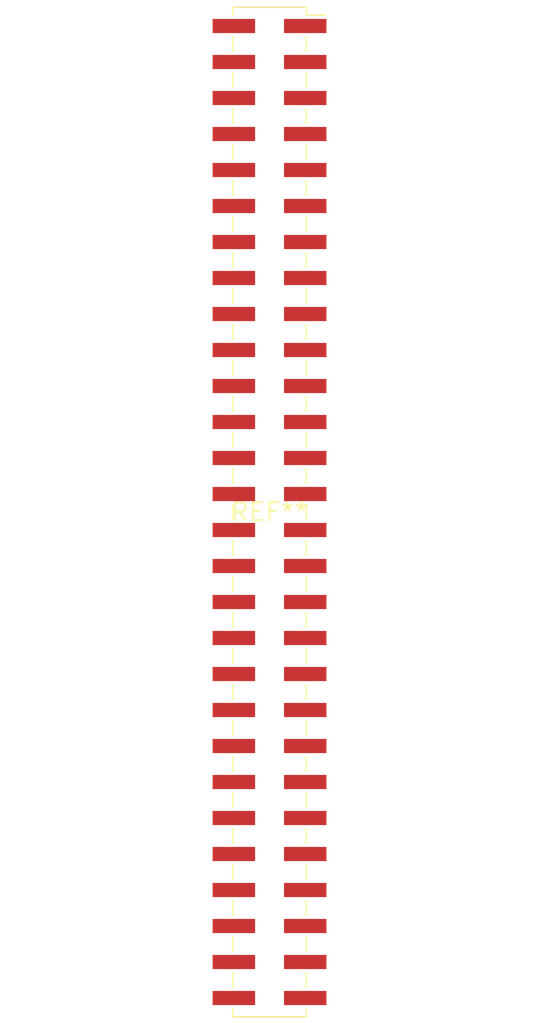
<source format=kicad_pcb>
(kicad_pcb (version 20240108) (generator pcbnew)
  (layers (0 "F.Cu" signal) (31 "B.Cu" signal) (34 "B.Paste" user) (35 "F.Paste" user) (36 "B.SilkS" user "B.Silkscreen") (37 "F.SilkS" user "F.Silkscreen") (38 "B.Mask" user) (39 "F.Mask" user) (44 "Edge.Cuts" user))
  (net 0 "")
  (footprint "PinSocket_2x28_P2.54mm_Vertical_SMD" (layer "F.Cu") (at 0 0)
    (property "Reference" "REF**")
    (property "Value" "PinSocket_2x28_P2.54mm_Vertical_SMD")
    (fp_line (start -2.6 -35.62) (end -2.6 -35.05) (layer "F.SilkS") (stroke (width 0.12)))
    (fp_line (start -2.6 -35.62) (end 2.6 -35.62) (layer "F.SilkS") (stroke (width 0.12)))
    (fp_line (start -2.6 -33.53) (end -2.6 -32.51) (layer "F.SilkS") (stroke (width 0.12)))
    (fp_line (start -2.6 -30.99) (end -2.6 -29.97) (layer "F.SilkS") (stroke (width 0.12)))
    (fp_line (start -2.6 -28.45) (end -2.6 -27.43) (layer "F.SilkS") (stroke (width 0.12)))
    (fp_line (start -2.6 -25.91) (end -2.6 -24.89) (layer "F.SilkS") (stroke (width 0.12)))
    (fp_line (start -2.6 -23.37) (end -2.6 -22.35) (layer "F.SilkS") (stroke (width 0.12)))
    (fp_line (start -2.6 -20.83) (end -2.6 -19.81) (layer "F.SilkS") (stroke (width 0.12)))
    (fp_line (start -2.6 -18.29) (end -2.6 -17.27) (layer "F.SilkS") (stroke (width 0.12)))
    (fp_line (start -2.6 -15.75) (end -2.6 -14.73) (layer "F.SilkS") (stroke (width 0.12)))
    (fp_line (start -2.6 -13.21) (end -2.6 -12.19) (layer "F.SilkS") (stroke (width 0.12)))
    (fp_line (start -2.6 -10.67) (end -2.6 -9.65) (layer "F.SilkS") (stroke (width 0.12)))
    (fp_line (start -2.6 -8.13) (end -2.6 -7.11) (layer "F.SilkS") (stroke (width 0.12)))
    (fp_line (start -2.6 -5.59) (end -2.6 -4.57) (layer "F.SilkS") (stroke (width 0.12)))
    (fp_line (start -2.6 -3.05) (end -2.6 -2.03) (layer "F.SilkS") (stroke (width 0.12)))
    (fp_line (start -2.6 -0.51) (end -2.6 0.51) (layer "F.SilkS") (stroke (width 0.12)))
    (fp_line (start -2.6 2.03) (end -2.6 3.05) (layer "F.SilkS") (stroke (width 0.12)))
    (fp_line (start -2.6 4.57) (end -2.6 5.59) (layer "F.SilkS") (stroke (width 0.12)))
    (fp_line (start -2.6 7.11) (end -2.6 8.13) (layer "F.SilkS") (stroke (width 0.12)))
    (fp_line (start -2.6 9.65) (end -2.6 10.67) (layer "F.SilkS") (stroke (width 0.12)))
    (fp_line (start -2.6 12.19) (end -2.6 13.21) (layer "F.SilkS") (stroke (width 0.12)))
    (fp_line (start -2.6 14.73) (end -2.6 15.75) (layer "F.SilkS") (stroke (width 0.12)))
    (fp_line (start -2.6 17.27) (end -2.6 18.29) (layer "F.SilkS") (stroke (width 0.12)))
    (fp_line (start -2.6 19.81) (end -2.6 20.83) (layer "F.SilkS") (stroke (width 0.12)))
    (fp_line (start -2.6 22.35) (end -2.6 23.37) (layer "F.SilkS") (stroke (width 0.12)))
    (fp_line (start -2.6 24.89) (end -2.6 25.91) (layer "F.SilkS") (stroke (width 0.12)))
    (fp_line (start -2.6 27.43) (end -2.6 28.45) (layer "F.SilkS") (stroke (width 0.12)))
    (fp_line (start -2.6 29.97) (end -2.6 30.99) (layer "F.SilkS") (stroke (width 0.12)))
    (fp_line (start -2.6 32.51) (end -2.6 33.53) (layer "F.SilkS") (stroke (width 0.12)))
    (fp_line (start -2.6 35.05) (end -2.6 35.62) (layer "F.SilkS") (stroke (width 0.12)))
    (fp_line (start -2.6 35.62) (end 2.6 35.62) (layer "F.SilkS") (stroke (width 0.12)))
    (fp_line (start 2.6 -35.62) (end 2.6 -35.05) (layer "F.SilkS") (stroke (width 0.12)))
    (fp_line (start 2.6 -35.05) (end 3.96 -35.05) (layer "F.SilkS") (stroke (width 0.12)))
    (fp_line (start 2.6 -33.53) (end 2.6 -32.51) (layer "F.SilkS") (stroke (width 0.12)))
    (fp_line (start 2.6 -30.99) (end 2.6 -29.97) (layer "F.SilkS") (stroke (width 0.12)))
    (fp_line (start 2.6 -28.45) (end 2.6 -27.43) (layer "F.SilkS") (stroke (width 0.12)))
    (fp_line (start 2.6 -25.91) (end 2.6 -24.89) (layer "F.SilkS") (stroke (width 0.12)))
    (fp_line (start 2.6 -23.37) (end 2.6 -22.35) (layer "F.SilkS") (stroke (width 0.12)))
    (fp_line (start 2.6 -20.83) (end 2.6 -19.81) (layer "F.SilkS") (stroke (width 0.12)))
    (fp_line (start 2.6 -18.29) (end 2.6 -17.27) (layer "F.SilkS") (stroke (width 0.12)))
    (fp_line (start 2.6 -15.75) (end 2.6 -14.73) (layer "F.SilkS") (stroke (width 0.12)))
    (fp_line (start 2.6 -13.21) (end 2.6 -12.19) (layer "F.SilkS") (stroke (width 0.12)))
    (fp_line (start 2.6 -10.67) (end 2.6 -9.65) (layer "F.SilkS") (stroke (width 0.12)))
    (fp_line (start 2.6 -8.13) (end 2.6 -7.11) (layer "F.SilkS") (stroke (width 0.12)))
    (fp_line (start 2.6 -5.59) (end 2.6 -4.57) (layer "F.SilkS") (stroke (width 0.12)))
    (fp_line (start 2.6 -3.05) (end 2.6 -2.03) (layer "F.SilkS") (stroke (width 0.12)))
    (fp_line (start 2.6 -0.51) (end 2.6 0.51) (layer "F.SilkS") (stroke (width 0.12)))
    (fp_line (start 2.6 2.03) (end 2.6 3.05) (layer "F.SilkS") (stroke (width 0.12)))
    (fp_line (start 2.6 4.57) (end 2.6 5.59) (layer "F.SilkS") (stroke (width 0.12)))
    (fp_line (start 2.6 7.11) (end 2.6 8.13) (layer "F.SilkS") (stroke (width 0.12)))
    (fp_line (start 2.6 9.65) (end 2.6 10.67) (layer "F.SilkS") (stroke (width 0.12)))
    (fp_line (start 2.6 12.19) (end 2.6 13.21) (layer "F.SilkS") (stroke (width 0.12)))
    (fp_line (start 2.6 14.73) (end 2.6 15.75) (layer "F.SilkS") (stroke (width 0.12)))
    (fp_line (start 2.6 17.27) (end 2.6 18.29) (layer "F.SilkS") (stroke (width 0.12)))
    (fp_line (start 2.6 19.81) (end 2.6 20.83) (layer "F.SilkS") (stroke (width 0.12)))
    (fp_line (start 2.6 22.35) (end 2.6 23.37) (layer "F.SilkS") (stroke (width 0.12)))
    (fp_line (start 2.6 24.89) (end 2.6 25.91) (layer "F.SilkS") (stroke (width 0.12)))
    (fp_line (start 2.6 27.43) (end 2.6 28.45) (layer "F.SilkS") (stroke (width 0.12)))
    (fp_line (start 2.6 29.97) (end 2.6 30.99) (layer "F.SilkS") (stroke (width 0.12)))
    (fp_line (start 2.6 32.51) (end 2.6 33.53) (layer "F.SilkS") (stroke (width 0.12)))
    (fp_line (start 2.6 35.05) (end 2.6 35.62) (layer "F.SilkS") (stroke (width 0.12)))
    (pad "1" smd rect (at 2.52 -34.29) (size 3 1) (layers "F.Cu" "F.Paste" "F.Mask"))
    (pad "2" smd rect (at -2.52 -34.29) (size 3 1) (layers "F.Cu" "F.Paste" "F.Mask"))
    (pad "3" smd rect (at 2.52 -31.75) (size 3 1) (layers "F.Cu" "F.Paste" "F.Mask"))
    (pad "4" smd rect (at -2.52 -31.75) (size 3 1) (layers "F.Cu" "F.Paste" "F.Mask"))
    (pad "5" smd rect (at 2.52 -29.21) (size 3 1) (layers "F.Cu" "F.Paste" "F.Mask"))
    (pad "6" smd rect (at -2.52 -29.21) (size 3 1) (layers "F.Cu" "F.Paste" "F.Mask"))
    (pad "7" smd rect (at 2.52 -26.67) (size 3 1) (layers "F.Cu" "F.Paste" "F.Mask"))
    (pad "8" smd rect (at -2.52 -26.67) (size 3 1) (layers "F.Cu" "F.Paste" "F.Mask"))
    (pad "9" smd rect (at 2.52 -24.13) (size 3 1) (layers "F.Cu" "F.Paste" "F.Mask"))
    (pad "10" smd rect (at -2.52 -24.13) (size 3 1) (layers "F.Cu" "F.Paste" "F.Mask"))
    (pad "11" smd rect (at 2.52 -21.59) (size 3 1) (layers "F.Cu" "F.Paste" "F.Mask"))
    (pad "12" smd rect (at -2.52 -21.59) (size 3 1) (layers "F.Cu" "F.Paste" "F.Mask"))
    (pad "13" smd rect (at 2.52 -19.05) (size 3 1) (layers "F.Cu" "F.Paste" "F.Mask"))
    (pad "14" smd rect (at -2.52 -19.05) (size 3 1) (layers "F.Cu" "F.Paste" "F.Mask"))
    (pad "15" smd rect (at 2.52 -16.51) (size 3 1) (layers "F.Cu" "F.Paste" "F.Mask"))
    (pad "16" smd rect (at -2.52 -16.51) (size 3 1) (layers "F.Cu" "F.Paste" "F.Mask"))
    (pad "17" smd rect (at 2.52 -13.97) (size 3 1) (layers "F.Cu" "F.Paste" "F.Mask"))
    (pad "18" smd rect (at -2.52 -13.97) (size 3 1) (layers "F.Cu" "F.Paste" "F.Mask"))
    (pad "19" smd rect (at 2.52 -11.43) (size 3 1) (layers "F.Cu" "F.Paste" "F.Mask"))
    (pad "20" smd rect (at -2.52 -11.43) (size 3 1) (layers "F.Cu" "F.Paste" "F.Mask"))
    (pad "21" smd rect (at 2.52 -8.89) (size 3 1) (layers "F.Cu" "F.Paste" "F.Mask"))
    (pad "22" smd rect (at -2.52 -8.89) (size 3 1) (layers "F.Cu" "F.Paste" "F.Mask"))
    (pad "23" smd rect (at 2.52 -6.35) (size 3 1) (layers "F.Cu" "F.Paste" "F.Mask"))
    (pad "24" smd rect (at -2.52 -6.35) (size 3 1) (layers "F.Cu" "F.Paste" "F.Mask"))
    (pad "25" smd rect (at 2.52 -3.81) (size 3 1) (layers "F.Cu" "F.Paste" "F.Mask"))
    (pad "26" smd rect (at -2.52 -3.81) (size 3 1) (layers "F.Cu" "F.Paste" "F.Mask"))
    (pad "27" smd rect (at 2.52 -1.27) (size 3 1) (layers "F.Cu" "F.Paste" "F.Mask"))
    (pad "28" smd rect (at -2.52 -1.27) (size 3 1) (layers "F.Cu" "F.Paste" "F.Mask"))
    (pad "29" smd rect (at 2.52 1.27) (size 3 1) (layers "F.Cu" "F.Paste" "F.Mask"))
    (pad "30" smd rect (at -2.52 1.27) (size 3 1) (layers "F.Cu" "F.Paste" "F.Mask"))
    (pad "31" smd rect (at 2.52 3.81) (size 3 1) (layers "F.Cu" "F.Paste" "F.Mask"))
    (pad "32" smd rect (at -2.52 3.81) (size 3 1) (layers "F.Cu" "F.Paste" "F.Mask"))
    (pad "33" smd rect (at 2.52 6.35) (size 3 1) (layers "F.Cu" "F.Paste" "F.Mask"))
    (pad "34" smd rect (at -2.52 6.35) (size 3 1) (layers "F.Cu" "F.Paste" "F.Mask"))
    (pad "35" smd rect (at 2.52 8.89) (size 3 1) (layers "F.Cu" "F.Paste" "F.Mask"))
    (pad "36" smd rect (at -2.52 8.89) (size 3 1) (layers "F.Cu" "F.Paste" "F.Mask"))
    (pad "37" smd rect (at 2.52 11.43) (size 3 1) (layers "F.Cu" "F.Paste" "F.Mask"))
    (pad "38" smd rect (at -2.52 11.43) (size 3 1) (layers "F.Cu" "F.Paste" "F.Mask"))
    (pad "39" smd rect (at 2.52 13.97) (size 3 1) (layers "F.Cu" "F.Paste" "F.Mask"))
    (pad "40" smd rect (at -2.52 13.97) (size 3 1) (layers "F.Cu" "F.Paste" "F.Mask"))
    (pad "41" smd rect (at 2.52 16.51) (size 3 1) (layers "F.Cu" "F.Paste" "F.Mask"))
    (pad "42" smd rect (at -2.52 16.51) (size 3 1) (layers "F.Cu" "F.Paste" "F.Mask"))
    (pad "43" smd rect (at 2.52 19.05) (size 3 1) (layers "F.Cu" "F.Paste" "F.Mask"))
    (pad "44" smd rect (at -2.52 19.05) (size 3 1) (layers "F.Cu" "F.Paste" "F.Mask"))
    (pad "45" smd rect (at 2.52 21.59) (size 3 1) (layers "F.Cu" "F.Paste" "F.Mask"))
    (pad "46" smd rect (at -2.52 21.59) (size 3 1) (layers "F.Cu" "F.Paste" "F.Mask"))
    (pad "47" smd rect (at 2.52 24.13) (size 3 1) (layers "F.Cu" "F.Paste" "F.Mask"))
    (pad "48" smd rect (at -2.52 24.13) (size 3 1) (layers "F.Cu" "F.Paste" "F.Mask"))
    (pad "49" smd rect (at 2.52 26.67) (size 3 1) (layers "F.Cu" "F.Paste" "F.Mask"))
    (pad "50" smd rect (at -2.52 26.67) (size 3 1) (layers "F.Cu" "F.Paste" "F.Mask"))
    (pad "51" smd rect (at 2.52 29.21) (size 3 1) (layers "F.Cu" "F.Paste" "F.Mask"))
    (pad "52" smd rect (at -2.52 29.21) (size 3 1) (layers "F.Cu" "F.Paste" "F.Mask"))
    (pad "53" smd rect (at 2.52 31.75) (size 3 1) (layers "F.Cu" "F.Paste" "F.Mask"))
    (pad "54" smd rect (at -2.52 31.75) (size 3 1) (layers "F.Cu" "F.Paste" "F.Mask"))
    (pad "55" smd rect (at 2.52 34.29) (size 3 1) (layers "F.Cu" "F.Paste" "F.Mask"))
    (pad "56" smd rect (at -2.52 34.29) (size 3 1) (layers "F.Cu" "F.Paste" "F.Mask"))
  )
)
</source>
